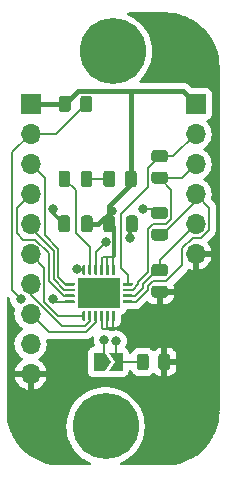
<source format=gtl>
G04 #@! TF.GenerationSoftware,KiCad,Pcbnew,6.0.6-3a73a75311~116~ubuntu22.04.1*
G04 #@! TF.CreationDate,2022-06-23T15:23:09-04:00*
G04 #@! TF.ProjectId,ltc4332_breakout,6c746334-3333-4325-9f62-7265616b6f75,0*
G04 #@! TF.SameCoordinates,Original*
G04 #@! TF.FileFunction,Copper,L1,Top*
G04 #@! TF.FilePolarity,Positive*
%FSLAX46Y46*%
G04 Gerber Fmt 4.6, Leading zero omitted, Abs format (unit mm)*
G04 Created by KiCad (PCBNEW 6.0.6-3a73a75311~116~ubuntu22.04.1) date 2022-06-23 15:23:09*
%MOMM*%
%LPD*%
G01*
G04 APERTURE LIST*
G04 #@! TA.AperFunction,ComponentPad*
%ADD10R,1.700000X1.700000*%
G04 #@! TD*
G04 #@! TA.AperFunction,ComponentPad*
%ADD11O,1.700000X1.700000*%
G04 #@! TD*
G04 #@! TA.AperFunction,ComponentPad*
%ADD12C,5.600000*%
G04 #@! TD*
G04 #@! TA.AperFunction,SMDPad,CuDef*
%ADD13R,3.650000X2.650000*%
G04 #@! TD*
G04 #@! TA.AperFunction,ViaPad*
%ADD14C,0.800000*%
G04 #@! TD*
G04 #@! TA.AperFunction,Conductor*
%ADD15C,0.400000*%
G04 #@! TD*
G04 #@! TA.AperFunction,Conductor*
%ADD16C,0.200000*%
G04 #@! TD*
G04 #@! TA.AperFunction,Conductor*
%ADD17C,0.300000*%
G04 #@! TD*
G04 APERTURE END LIST*
D10*
X141224000Y-90805000D03*
D11*
X141224000Y-93345000D03*
X141224000Y-95885000D03*
X141224000Y-98425000D03*
X141224000Y-100965000D03*
X141224000Y-103505000D03*
X141224000Y-106045000D03*
X141224000Y-108585000D03*
X141224000Y-111125000D03*
X141224000Y-113665000D03*
G04 #@! TA.AperFunction,SMDPad,CuDef*
G36*
G01*
X151696000Y-99535000D02*
X152596000Y-99535000D01*
G75*
G02*
X152846000Y-99785000I0J-250000D01*
G01*
X152846000Y-100310000D01*
G75*
G02*
X152596000Y-100560000I-250000J0D01*
G01*
X151696000Y-100560000D01*
G75*
G02*
X151446000Y-100310000I0J250000D01*
G01*
X151446000Y-99785000D01*
G75*
G02*
X151696000Y-99535000I250000J0D01*
G01*
G37*
G04 #@! TD.AperFunction*
G04 #@! TA.AperFunction,SMDPad,CuDef*
G36*
G01*
X151696000Y-101360000D02*
X152596000Y-101360000D01*
G75*
G02*
X152846000Y-101610000I0J-250000D01*
G01*
X152846000Y-102135000D01*
G75*
G02*
X152596000Y-102385000I-250000J0D01*
G01*
X151696000Y-102385000D01*
G75*
G02*
X151446000Y-102135000I0J250000D01*
G01*
X151446000Y-101610000D01*
G75*
G02*
X151696000Y-101360000I250000J0D01*
G01*
G37*
G04 #@! TD.AperFunction*
G04 #@! TA.AperFunction,SMDPad,CuDef*
G36*
G01*
X147394000Y-101440000D02*
X147394000Y-100490000D01*
G75*
G02*
X147644000Y-100240000I250000J0D01*
G01*
X148144000Y-100240000D01*
G75*
G02*
X148394000Y-100490000I0J-250000D01*
G01*
X148394000Y-101440000D01*
G75*
G02*
X148144000Y-101690000I-250000J0D01*
G01*
X147644000Y-101690000D01*
G75*
G02*
X147394000Y-101440000I0J250000D01*
G01*
G37*
G04 #@! TD.AperFunction*
G04 #@! TA.AperFunction,SMDPad,CuDef*
G36*
G01*
X149294000Y-101440000D02*
X149294000Y-100490000D01*
G75*
G02*
X149544000Y-100240000I250000J0D01*
G01*
X150044000Y-100240000D01*
G75*
G02*
X150294000Y-100490000I0J-250000D01*
G01*
X150294000Y-101440000D01*
G75*
G02*
X150044000Y-101690000I-250000J0D01*
G01*
X149544000Y-101690000D01*
G75*
G02*
X149294000Y-101440000I0J250000D01*
G01*
G37*
G04 #@! TD.AperFunction*
D10*
X155194000Y-90805000D03*
D11*
X155194000Y-93345000D03*
X155194000Y-95885000D03*
X155194000Y-98425000D03*
X155194000Y-100965000D03*
X155194000Y-103505000D03*
D12*
X147574000Y-118110000D03*
G04 #@! TA.AperFunction,SMDPad,CuDef*
G36*
G01*
X151696000Y-94714000D02*
X152596000Y-94714000D01*
G75*
G02*
X152846000Y-94964000I0J-250000D01*
G01*
X152846000Y-95489000D01*
G75*
G02*
X152596000Y-95739000I-250000J0D01*
G01*
X151696000Y-95739000D01*
G75*
G02*
X151446000Y-95489000I0J250000D01*
G01*
X151446000Y-94964000D01*
G75*
G02*
X151696000Y-94714000I250000J0D01*
G01*
G37*
G04 #@! TD.AperFunction*
G04 #@! TA.AperFunction,SMDPad,CuDef*
G36*
G01*
X151696000Y-96539000D02*
X152596000Y-96539000D01*
G75*
G02*
X152846000Y-96789000I0J-250000D01*
G01*
X152846000Y-97314000D01*
G75*
G02*
X152596000Y-97564000I-250000J0D01*
G01*
X151696000Y-97564000D01*
G75*
G02*
X151446000Y-97314000I0J250000D01*
G01*
X151446000Y-96789000D01*
G75*
G02*
X151696000Y-96539000I250000J0D01*
G01*
G37*
G04 #@! TD.AperFunction*
G04 #@! TA.AperFunction,SMDPad,CuDef*
G36*
G01*
X150231500Y-96705000D02*
X150231500Y-97605000D01*
G75*
G02*
X149981500Y-97855000I-250000J0D01*
G01*
X149456500Y-97855000D01*
G75*
G02*
X149206500Y-97605000I0J250000D01*
G01*
X149206500Y-96705000D01*
G75*
G02*
X149456500Y-96455000I250000J0D01*
G01*
X149981500Y-96455000D01*
G75*
G02*
X150231500Y-96705000I0J-250000D01*
G01*
G37*
G04 #@! TD.AperFunction*
G04 #@! TA.AperFunction,SMDPad,CuDef*
G36*
G01*
X148406500Y-96705000D02*
X148406500Y-97605000D01*
G75*
G02*
X148156500Y-97855000I-250000J0D01*
G01*
X147631500Y-97855000D01*
G75*
G02*
X147381500Y-97605000I0J250000D01*
G01*
X147381500Y-96705000D01*
G75*
G02*
X147631500Y-96455000I250000J0D01*
G01*
X148156500Y-96455000D01*
G75*
G02*
X148406500Y-96705000I0J-250000D01*
G01*
G37*
G04 #@! TD.AperFunction*
X148209000Y-86360000D03*
G04 #@! TA.AperFunction,SMDPad,CuDef*
G36*
G01*
X143596500Y-97611250D02*
X143596500Y-96698750D01*
G75*
G02*
X143840250Y-96455000I243750J0D01*
G01*
X144327750Y-96455000D01*
G75*
G02*
X144571500Y-96698750I0J-243750D01*
G01*
X144571500Y-97611250D01*
G75*
G02*
X144327750Y-97855000I-243750J0D01*
G01*
X143840250Y-97855000D01*
G75*
G02*
X143596500Y-97611250I0J243750D01*
G01*
G37*
G04 #@! TD.AperFunction*
G04 #@! TA.AperFunction,SMDPad,CuDef*
G36*
G01*
X145471500Y-97611250D02*
X145471500Y-96698750D01*
G75*
G02*
X145715250Y-96455000I243750J0D01*
G01*
X146202750Y-96455000D01*
G75*
G02*
X146446500Y-96698750I0J-243750D01*
G01*
X146446500Y-97611250D01*
G75*
G02*
X146202750Y-97855000I-243750J0D01*
G01*
X145715250Y-97855000D01*
G75*
G02*
X145471500Y-97611250I0J243750D01*
G01*
G37*
G04 #@! TD.AperFunction*
G04 #@! TA.AperFunction,SMDPad,CuDef*
G36*
G01*
X148175000Y-104432000D02*
X148300000Y-104432000D01*
G75*
G02*
X148362500Y-104494500I0J-62500D01*
G01*
X148362500Y-105219500D01*
G75*
G02*
X148300000Y-105282000I-62500J0D01*
G01*
X148175000Y-105282000D01*
G75*
G02*
X148112500Y-105219500I0J62500D01*
G01*
X148112500Y-104494500D01*
G75*
G02*
X148175000Y-104432000I62500J0D01*
G01*
G37*
G04 #@! TD.AperFunction*
G04 #@! TA.AperFunction,SMDPad,CuDef*
G36*
G01*
X147675000Y-104432000D02*
X147800000Y-104432000D01*
G75*
G02*
X147862500Y-104494500I0J-62500D01*
G01*
X147862500Y-105219500D01*
G75*
G02*
X147800000Y-105282000I-62500J0D01*
G01*
X147675000Y-105282000D01*
G75*
G02*
X147612500Y-105219500I0J62500D01*
G01*
X147612500Y-104494500D01*
G75*
G02*
X147675000Y-104432000I62500J0D01*
G01*
G37*
G04 #@! TD.AperFunction*
G04 #@! TA.AperFunction,SMDPad,CuDef*
G36*
G01*
X147175000Y-104432000D02*
X147300000Y-104432000D01*
G75*
G02*
X147362500Y-104494500I0J-62500D01*
G01*
X147362500Y-105219500D01*
G75*
G02*
X147300000Y-105282000I-62500J0D01*
G01*
X147175000Y-105282000D01*
G75*
G02*
X147112500Y-105219500I0J62500D01*
G01*
X147112500Y-104494500D01*
G75*
G02*
X147175000Y-104432000I62500J0D01*
G01*
G37*
G04 #@! TD.AperFunction*
G04 #@! TA.AperFunction,SMDPad,CuDef*
G36*
G01*
X146675000Y-104432000D02*
X146800000Y-104432000D01*
G75*
G02*
X146862500Y-104494500I0J-62500D01*
G01*
X146862500Y-105219500D01*
G75*
G02*
X146800000Y-105282000I-62500J0D01*
G01*
X146675000Y-105282000D01*
G75*
G02*
X146612500Y-105219500I0J62500D01*
G01*
X146612500Y-104494500D01*
G75*
G02*
X146675000Y-104432000I62500J0D01*
G01*
G37*
G04 #@! TD.AperFunction*
G04 #@! TA.AperFunction,SMDPad,CuDef*
G36*
G01*
X146175000Y-104432000D02*
X146300000Y-104432000D01*
G75*
G02*
X146362500Y-104494500I0J-62500D01*
G01*
X146362500Y-105219500D01*
G75*
G02*
X146300000Y-105282000I-62500J0D01*
G01*
X146175000Y-105282000D01*
G75*
G02*
X146112500Y-105219500I0J62500D01*
G01*
X146112500Y-104494500D01*
G75*
G02*
X146175000Y-104432000I62500J0D01*
G01*
G37*
G04 #@! TD.AperFunction*
G04 #@! TA.AperFunction,SMDPad,CuDef*
G36*
G01*
X145675000Y-104432000D02*
X145800000Y-104432000D01*
G75*
G02*
X145862500Y-104494500I0J-62500D01*
G01*
X145862500Y-105219500D01*
G75*
G02*
X145800000Y-105282000I-62500J0D01*
G01*
X145675000Y-105282000D01*
G75*
G02*
X145612500Y-105219500I0J62500D01*
G01*
X145612500Y-104494500D01*
G75*
G02*
X145675000Y-104432000I62500J0D01*
G01*
G37*
G04 #@! TD.AperFunction*
G04 #@! TA.AperFunction,SMDPad,CuDef*
G36*
G01*
X144175000Y-105932000D02*
X144900000Y-105932000D01*
G75*
G02*
X144962500Y-105994500I0J-62500D01*
G01*
X144962500Y-106119500D01*
G75*
G02*
X144900000Y-106182000I-62500J0D01*
G01*
X144175000Y-106182000D01*
G75*
G02*
X144112500Y-106119500I0J62500D01*
G01*
X144112500Y-105994500D01*
G75*
G02*
X144175000Y-105932000I62500J0D01*
G01*
G37*
G04 #@! TD.AperFunction*
G04 #@! TA.AperFunction,SMDPad,CuDef*
G36*
G01*
X144175000Y-106432000D02*
X144900000Y-106432000D01*
G75*
G02*
X144962500Y-106494500I0J-62500D01*
G01*
X144962500Y-106619500D01*
G75*
G02*
X144900000Y-106682000I-62500J0D01*
G01*
X144175000Y-106682000D01*
G75*
G02*
X144112500Y-106619500I0J62500D01*
G01*
X144112500Y-106494500D01*
G75*
G02*
X144175000Y-106432000I62500J0D01*
G01*
G37*
G04 #@! TD.AperFunction*
G04 #@! TA.AperFunction,SMDPad,CuDef*
G36*
G01*
X144175000Y-106932000D02*
X144900000Y-106932000D01*
G75*
G02*
X144962500Y-106994500I0J-62500D01*
G01*
X144962500Y-107119500D01*
G75*
G02*
X144900000Y-107182000I-62500J0D01*
G01*
X144175000Y-107182000D01*
G75*
G02*
X144112500Y-107119500I0J62500D01*
G01*
X144112500Y-106994500D01*
G75*
G02*
X144175000Y-106932000I62500J0D01*
G01*
G37*
G04 #@! TD.AperFunction*
G04 #@! TA.AperFunction,SMDPad,CuDef*
G36*
G01*
X144175000Y-107432000D02*
X144900000Y-107432000D01*
G75*
G02*
X144962500Y-107494500I0J-62500D01*
G01*
X144962500Y-107619500D01*
G75*
G02*
X144900000Y-107682000I-62500J0D01*
G01*
X144175000Y-107682000D01*
G75*
G02*
X144112500Y-107619500I0J62500D01*
G01*
X144112500Y-107494500D01*
G75*
G02*
X144175000Y-107432000I62500J0D01*
G01*
G37*
G04 #@! TD.AperFunction*
G04 #@! TA.AperFunction,SMDPad,CuDef*
G36*
G01*
X145675000Y-108332000D02*
X145800000Y-108332000D01*
G75*
G02*
X145862500Y-108394500I0J-62500D01*
G01*
X145862500Y-109119500D01*
G75*
G02*
X145800000Y-109182000I-62500J0D01*
G01*
X145675000Y-109182000D01*
G75*
G02*
X145612500Y-109119500I0J62500D01*
G01*
X145612500Y-108394500D01*
G75*
G02*
X145675000Y-108332000I62500J0D01*
G01*
G37*
G04 #@! TD.AperFunction*
G04 #@! TA.AperFunction,SMDPad,CuDef*
G36*
G01*
X146175000Y-108332000D02*
X146300000Y-108332000D01*
G75*
G02*
X146362500Y-108394500I0J-62500D01*
G01*
X146362500Y-109119500D01*
G75*
G02*
X146300000Y-109182000I-62500J0D01*
G01*
X146175000Y-109182000D01*
G75*
G02*
X146112500Y-109119500I0J62500D01*
G01*
X146112500Y-108394500D01*
G75*
G02*
X146175000Y-108332000I62500J0D01*
G01*
G37*
G04 #@! TD.AperFunction*
G04 #@! TA.AperFunction,SMDPad,CuDef*
G36*
G01*
X146675000Y-108332000D02*
X146800000Y-108332000D01*
G75*
G02*
X146862500Y-108394500I0J-62500D01*
G01*
X146862500Y-109119500D01*
G75*
G02*
X146800000Y-109182000I-62500J0D01*
G01*
X146675000Y-109182000D01*
G75*
G02*
X146612500Y-109119500I0J62500D01*
G01*
X146612500Y-108394500D01*
G75*
G02*
X146675000Y-108332000I62500J0D01*
G01*
G37*
G04 #@! TD.AperFunction*
G04 #@! TA.AperFunction,SMDPad,CuDef*
G36*
G01*
X147175000Y-108332000D02*
X147300000Y-108332000D01*
G75*
G02*
X147362500Y-108394500I0J-62500D01*
G01*
X147362500Y-109119500D01*
G75*
G02*
X147300000Y-109182000I-62500J0D01*
G01*
X147175000Y-109182000D01*
G75*
G02*
X147112500Y-109119500I0J62500D01*
G01*
X147112500Y-108394500D01*
G75*
G02*
X147175000Y-108332000I62500J0D01*
G01*
G37*
G04 #@! TD.AperFunction*
G04 #@! TA.AperFunction,SMDPad,CuDef*
G36*
G01*
X147675000Y-108332000D02*
X147800000Y-108332000D01*
G75*
G02*
X147862500Y-108394500I0J-62500D01*
G01*
X147862500Y-109119500D01*
G75*
G02*
X147800000Y-109182000I-62500J0D01*
G01*
X147675000Y-109182000D01*
G75*
G02*
X147612500Y-109119500I0J62500D01*
G01*
X147612500Y-108394500D01*
G75*
G02*
X147675000Y-108332000I62500J0D01*
G01*
G37*
G04 #@! TD.AperFunction*
G04 #@! TA.AperFunction,SMDPad,CuDef*
G36*
G01*
X148175000Y-108332000D02*
X148300000Y-108332000D01*
G75*
G02*
X148362500Y-108394500I0J-62500D01*
G01*
X148362500Y-109119500D01*
G75*
G02*
X148300000Y-109182000I-62500J0D01*
G01*
X148175000Y-109182000D01*
G75*
G02*
X148112500Y-109119500I0J62500D01*
G01*
X148112500Y-108394500D01*
G75*
G02*
X148175000Y-108332000I62500J0D01*
G01*
G37*
G04 #@! TD.AperFunction*
G04 #@! TA.AperFunction,SMDPad,CuDef*
G36*
G01*
X149075000Y-107432000D02*
X149800000Y-107432000D01*
G75*
G02*
X149862500Y-107494500I0J-62500D01*
G01*
X149862500Y-107619500D01*
G75*
G02*
X149800000Y-107682000I-62500J0D01*
G01*
X149075000Y-107682000D01*
G75*
G02*
X149012500Y-107619500I0J62500D01*
G01*
X149012500Y-107494500D01*
G75*
G02*
X149075000Y-107432000I62500J0D01*
G01*
G37*
G04 #@! TD.AperFunction*
G04 #@! TA.AperFunction,SMDPad,CuDef*
G36*
G01*
X149075000Y-106932000D02*
X149800000Y-106932000D01*
G75*
G02*
X149862500Y-106994500I0J-62500D01*
G01*
X149862500Y-107119500D01*
G75*
G02*
X149800000Y-107182000I-62500J0D01*
G01*
X149075000Y-107182000D01*
G75*
G02*
X149012500Y-107119500I0J62500D01*
G01*
X149012500Y-106994500D01*
G75*
G02*
X149075000Y-106932000I62500J0D01*
G01*
G37*
G04 #@! TD.AperFunction*
G04 #@! TA.AperFunction,SMDPad,CuDef*
G36*
G01*
X149075000Y-106432000D02*
X149800000Y-106432000D01*
G75*
G02*
X149862500Y-106494500I0J-62500D01*
G01*
X149862500Y-106619500D01*
G75*
G02*
X149800000Y-106682000I-62500J0D01*
G01*
X149075000Y-106682000D01*
G75*
G02*
X149012500Y-106619500I0J62500D01*
G01*
X149012500Y-106494500D01*
G75*
G02*
X149075000Y-106432000I62500J0D01*
G01*
G37*
G04 #@! TD.AperFunction*
G04 #@! TA.AperFunction,SMDPad,CuDef*
G36*
G01*
X149075000Y-105932000D02*
X149800000Y-105932000D01*
G75*
G02*
X149862500Y-105994500I0J-62500D01*
G01*
X149862500Y-106119500D01*
G75*
G02*
X149800000Y-106182000I-62500J0D01*
G01*
X149075000Y-106182000D01*
G75*
G02*
X149012500Y-106119500I0J62500D01*
G01*
X149012500Y-105994500D01*
G75*
G02*
X149075000Y-105932000I62500J0D01*
G01*
G37*
G04 #@! TD.AperFunction*
D13*
X146987500Y-106807000D03*
G04 #@! TA.AperFunction,SMDPad,CuDef*
G36*
G01*
X146484000Y-100490000D02*
X146484000Y-101440000D01*
G75*
G02*
X146234000Y-101690000I-250000J0D01*
G01*
X145734000Y-101690000D01*
G75*
G02*
X145484000Y-101440000I0J250000D01*
G01*
X145484000Y-100490000D01*
G75*
G02*
X145734000Y-100240000I250000J0D01*
G01*
X146234000Y-100240000D01*
G75*
G02*
X146484000Y-100490000I0J-250000D01*
G01*
G37*
G04 #@! TD.AperFunction*
G04 #@! TA.AperFunction,SMDPad,CuDef*
G36*
G01*
X144584000Y-100490000D02*
X144584000Y-101440000D01*
G75*
G02*
X144334000Y-101690000I-250000J0D01*
G01*
X143834000Y-101690000D01*
G75*
G02*
X143584000Y-101440000I0J250000D01*
G01*
X143584000Y-100490000D01*
G75*
G02*
X143834000Y-100240000I250000J0D01*
G01*
X144334000Y-100240000D01*
G75*
G02*
X144584000Y-100490000I0J-250000D01*
G01*
G37*
G04 #@! TD.AperFunction*
G04 #@! TA.AperFunction,SMDPad,CuDef*
G36*
G01*
X152596000Y-107216000D02*
X151696000Y-107216000D01*
G75*
G02*
X151446000Y-106966000I0J250000D01*
G01*
X151446000Y-106441000D01*
G75*
G02*
X151696000Y-106191000I250000J0D01*
G01*
X152596000Y-106191000D01*
G75*
G02*
X152846000Y-106441000I0J-250000D01*
G01*
X152846000Y-106966000D01*
G75*
G02*
X152596000Y-107216000I-250000J0D01*
G01*
G37*
G04 #@! TD.AperFunction*
G04 #@! TA.AperFunction,SMDPad,CuDef*
G36*
G01*
X152596000Y-105391000D02*
X151696000Y-105391000D01*
G75*
G02*
X151446000Y-105141000I0J250000D01*
G01*
X151446000Y-104616000D01*
G75*
G02*
X151696000Y-104366000I250000J0D01*
G01*
X152596000Y-104366000D01*
G75*
G02*
X152846000Y-104616000I0J-250000D01*
G01*
X152846000Y-105141000D01*
G75*
G02*
X152596000Y-105391000I-250000J0D01*
G01*
G37*
G04 #@! TD.AperFunction*
G04 #@! TA.AperFunction,SMDPad,CuDef*
G36*
G01*
X143596500Y-91255000D02*
X143596500Y-90355000D01*
G75*
G02*
X143846500Y-90105000I250000J0D01*
G01*
X144371500Y-90105000D01*
G75*
G02*
X144621500Y-90355000I0J-250000D01*
G01*
X144621500Y-91255000D01*
G75*
G02*
X144371500Y-91505000I-250000J0D01*
G01*
X143846500Y-91505000D01*
G75*
G02*
X143596500Y-91255000I0J250000D01*
G01*
G37*
G04 #@! TD.AperFunction*
G04 #@! TA.AperFunction,SMDPad,CuDef*
G36*
G01*
X145421500Y-91255000D02*
X145421500Y-90355000D01*
G75*
G02*
X145671500Y-90105000I250000J0D01*
G01*
X146196500Y-90105000D01*
G75*
G02*
X146446500Y-90355000I0J-250000D01*
G01*
X146446500Y-91255000D01*
G75*
G02*
X146196500Y-91505000I-250000J0D01*
G01*
X145671500Y-91505000D01*
G75*
G02*
X145421500Y-91255000I0J250000D01*
G01*
G37*
G04 #@! TD.AperFunction*
G04 #@! TA.AperFunction,SMDPad,CuDef*
G36*
X148066000Y-112649000D02*
G01*
X147566000Y-113399000D01*
X146566000Y-113399000D01*
X146566000Y-111899000D01*
X147566000Y-111899000D01*
X148066000Y-112649000D01*
G37*
G04 #@! TD.AperFunction*
G04 #@! TA.AperFunction,SMDPad,CuDef*
G36*
X149016000Y-113399000D02*
G01*
X147866000Y-113399000D01*
X148366000Y-112649000D01*
X147866000Y-111899000D01*
X149016000Y-111899000D01*
X149016000Y-113399000D01*
G37*
G04 #@! TD.AperFunction*
G04 #@! TA.AperFunction,SMDPad,CuDef*
G36*
G01*
X150213000Y-113099000D02*
X150213000Y-112199000D01*
G75*
G02*
X150463000Y-111949000I250000J0D01*
G01*
X150988000Y-111949000D01*
G75*
G02*
X151238000Y-112199000I0J-250000D01*
G01*
X151238000Y-113099000D01*
G75*
G02*
X150988000Y-113349000I-250000J0D01*
G01*
X150463000Y-113349000D01*
G75*
G02*
X150213000Y-113099000I0J250000D01*
G01*
G37*
G04 #@! TD.AperFunction*
G04 #@! TA.AperFunction,SMDPad,CuDef*
G36*
G01*
X152038000Y-113099000D02*
X152038000Y-112199000D01*
G75*
G02*
X152288000Y-111949000I250000J0D01*
G01*
X152813000Y-111949000D01*
G75*
G02*
X153063000Y-112199000I0J-250000D01*
G01*
X153063000Y-113099000D01*
G75*
G02*
X152813000Y-113349000I-250000J0D01*
G01*
X152288000Y-113349000D01*
G75*
G02*
X152038000Y-113099000I0J250000D01*
G01*
G37*
G04 #@! TD.AperFunction*
D14*
X150723600Y-99695000D03*
X147472400Y-110820200D03*
X148082000Y-99847400D03*
X149606000Y-102184200D03*
X150114000Y-109855000D03*
X143129000Y-99695000D03*
X148285200Y-106807000D03*
X145669000Y-107315000D03*
X143131454Y-107312546D03*
X140411200Y-107315000D03*
X145186400Y-104775000D03*
X147574000Y-102489000D03*
X148470201Y-110878500D03*
D15*
X155194000Y-90805000D02*
X154094480Y-89705480D01*
D16*
X147472400Y-112242600D02*
X147066000Y-112649000D01*
D17*
X148323501Y-103672999D02*
X148323501Y-101394501D01*
D15*
X147894000Y-100965000D02*
X147894000Y-99425800D01*
D16*
X147737500Y-104857000D02*
X147737500Y-103849500D01*
D15*
X145208520Y-89705480D02*
X144109000Y-90805000D01*
X145984000Y-100965000D02*
X146964400Y-100965000D01*
D16*
X147828000Y-103759000D02*
X148237500Y-103759000D01*
D15*
X147998480Y-89705480D02*
X145208520Y-89705480D01*
X149719000Y-97155000D02*
X149719000Y-89902000D01*
D17*
X148237500Y-103759000D02*
X148323501Y-103672999D01*
D16*
X151793500Y-99695000D02*
X150723600Y-99695000D01*
X148237500Y-103759000D02*
X148237500Y-104857000D01*
D15*
X149719000Y-89902000D02*
X149522480Y-89705480D01*
X141224000Y-90805000D02*
X144109000Y-90805000D01*
D16*
X152146000Y-100047500D02*
X151793500Y-99695000D01*
X147472400Y-110820200D02*
X147472400Y-112242600D01*
D15*
X147894000Y-100035400D02*
X148082000Y-99847400D01*
D17*
X148323501Y-101394501D02*
X147894000Y-100965000D01*
D16*
X147320000Y-103759000D02*
X147828000Y-103759000D01*
D15*
X147894000Y-100965000D02*
X148179339Y-101250339D01*
D16*
X147737500Y-103849500D02*
X147828000Y-103759000D01*
D15*
X146964400Y-100965000D02*
X148082000Y-99847400D01*
X147894000Y-100965000D02*
X147894000Y-100035400D01*
D16*
X147237500Y-103841500D02*
X147320000Y-103759000D01*
D15*
X154094480Y-89705480D02*
X149522480Y-89705480D01*
X149522480Y-89705480D02*
X147998480Y-89705480D01*
X149719000Y-97600800D02*
X149719000Y-97155000D01*
D16*
X147237500Y-104857000D02*
X147237500Y-103841500D01*
D15*
X147894000Y-99425800D02*
X149719000Y-97600800D01*
D17*
X143129000Y-100010000D02*
X143129000Y-99695000D01*
X149606000Y-102184200D02*
X149606000Y-101153000D01*
D16*
X150114000Y-109855000D02*
X148336000Y-109855000D01*
X147320000Y-109855000D02*
X147237500Y-109772500D01*
X148237500Y-108757000D02*
X148237500Y-109756500D01*
X147237500Y-109772500D02*
X147237500Y-108757000D01*
X147828000Y-109855000D02*
X147320000Y-109855000D01*
D17*
X144084000Y-100965000D02*
X143129000Y-100010000D01*
D16*
X147737500Y-108757000D02*
X147737500Y-109764500D01*
X148237500Y-109756500D02*
X148336000Y-109855000D01*
X147737500Y-109764500D02*
X147828000Y-109855000D01*
X148336000Y-109855000D02*
X147828000Y-109855000D01*
D17*
X149606000Y-101153000D02*
X149794000Y-100965000D01*
D16*
X146237500Y-104857000D02*
X146237500Y-102903745D01*
X145034000Y-101700245D02*
X145034000Y-98105000D01*
X146237500Y-102903745D02*
X145034000Y-101700245D01*
X145034000Y-98105000D02*
X144084000Y-97155000D01*
X147894000Y-97155000D02*
X145959000Y-97155000D01*
X139674969Y-94894031D02*
X139674969Y-106578769D01*
X144537500Y-107557000D02*
X143375908Y-107557000D01*
X145934000Y-90805000D02*
X143394000Y-93345000D01*
X143375908Y-107557000D02*
X143131454Y-107312546D01*
X139674969Y-106578769D02*
X140411200Y-107315000D01*
X143394000Y-93345000D02*
X141224000Y-93345000D01*
X141224000Y-93345000D02*
X139674969Y-94894031D01*
X142429499Y-101891099D02*
X142429499Y-97090499D01*
X143586200Y-105486200D02*
X143586200Y-103047800D01*
X142429499Y-97090499D02*
X141224000Y-95885000D01*
X144537500Y-106057000D02*
X144157000Y-106057000D01*
X144157000Y-106057000D02*
X143586200Y-105486200D01*
X143586200Y-103047800D02*
X142429499Y-101891099D01*
X140074489Y-99574511D02*
X141224000Y-98425000D01*
X141630455Y-102285800D02*
X140614400Y-102285800D01*
X140614400Y-102285800D02*
X140074489Y-101745889D01*
X142773400Y-105816400D02*
X142773400Y-103428745D01*
X142773400Y-103428745D02*
X141630455Y-102285800D01*
X144537500Y-107057000D02*
X144014000Y-107057000D01*
X144014000Y-107057000D02*
X142773400Y-105816400D01*
X140074489Y-101745889D02*
X140074489Y-99574511D01*
X144092007Y-106557000D02*
X143179800Y-105644793D01*
X144537500Y-106557000D02*
X144092007Y-106557000D01*
X143179800Y-103251000D02*
X141224000Y-101295200D01*
X141224000Y-101295200D02*
X141224000Y-100965000D01*
X143179800Y-105644793D02*
X143179800Y-103251000D01*
X143586649Y-108757000D02*
X142373889Y-107544240D01*
X145737500Y-108757000D02*
X143586649Y-108757000D01*
X142373889Y-104654889D02*
X141224000Y-103505000D01*
X142373889Y-107544240D02*
X142373889Y-104654889D01*
X146237500Y-108757000D02*
X146237500Y-109193973D01*
X143865655Y-109601000D02*
X141224000Y-106959345D01*
X146237500Y-109193973D02*
X145830473Y-109601000D01*
X145830473Y-109601000D02*
X143865655Y-109601000D01*
X141224000Y-106959345D02*
X141224000Y-106045000D01*
X146737500Y-109281022D02*
X145909522Y-110109000D01*
X142748000Y-110109000D02*
X141224000Y-108585000D01*
X145909522Y-110109000D02*
X142748000Y-110109000D01*
X146737500Y-108757000D02*
X146737500Y-109281022D01*
X145268400Y-104857000D02*
X145186400Y-104775000D01*
X145737500Y-104857000D02*
X145268400Y-104857000D01*
X148844000Y-100101400D02*
X151146480Y-97798920D01*
X148844000Y-104736222D02*
X148844000Y-100101400D01*
X151146480Y-96226020D02*
X152146000Y-95226500D01*
X155194000Y-93345000D02*
X153312500Y-95226500D01*
X151146480Y-97798920D02*
X151146480Y-96226020D01*
X149437500Y-105329722D02*
X148844000Y-104736222D01*
X153312500Y-95226500D02*
X152146000Y-95226500D01*
X149437500Y-106057000D02*
X149437500Y-105329722D01*
X149437500Y-106557000D02*
X149874473Y-106557000D01*
X154027500Y-97051500D02*
X155194000Y-95885000D01*
X153145520Y-98051020D02*
X152146000Y-97051500D01*
X153145520Y-100537618D02*
X153145520Y-98051020D01*
X150347459Y-106084014D02*
X150347459Y-105862341D01*
X152146000Y-97051500D02*
X154027500Y-97051500D01*
X151563862Y-100965000D02*
X152718138Y-100965000D01*
X149874473Y-106557000D02*
X150347459Y-106084014D01*
X151146480Y-101382382D02*
X151563862Y-100965000D01*
X151146480Y-105063320D02*
X151146480Y-101382382D01*
X150347459Y-105862341D02*
X151146480Y-105063320D01*
X152718138Y-100965000D02*
X153145520Y-100537618D01*
X149437500Y-107557000D02*
X150122523Y-107557000D01*
X154958834Y-102114511D02*
X155670144Y-102114511D01*
X151146480Y-106213382D02*
X151568862Y-105791000D01*
X155194000Y-99054132D02*
X155194000Y-98425000D01*
X154044489Y-104469649D02*
X154044489Y-103028856D01*
X156343511Y-99574511D02*
X155194000Y-98425000D01*
X156343511Y-101441144D02*
X156343511Y-99574511D01*
X154044489Y-103028856D02*
X154958834Y-102114511D01*
X152146000Y-101872500D02*
X152375632Y-101872500D01*
X155670144Y-102114511D02*
X156343511Y-101441144D01*
X152375632Y-101872500D02*
X155194000Y-99054132D01*
X152723138Y-105791000D02*
X154044489Y-104469649D01*
X150122523Y-107557000D02*
X151146480Y-106533043D01*
X151146480Y-106533043D02*
X151146480Y-106213382D01*
X151568862Y-105791000D02*
X152723138Y-105791000D01*
X150746969Y-106367560D02*
X150746969Y-106047899D01*
X149437500Y-107057000D02*
X150057529Y-107057000D01*
X150057529Y-107057000D02*
X150746969Y-106367560D01*
X152146000Y-104878500D02*
X152146000Y-104013000D01*
X151916368Y-104878500D02*
X152146000Y-104878500D01*
X150746969Y-106047899D02*
X151916368Y-104878500D01*
X152146000Y-104013000D02*
X155194000Y-100965000D01*
X148470201Y-112603201D02*
X148516000Y-112649000D01*
X150725500Y-112649000D02*
X148516000Y-112649000D01*
X146737500Y-103325500D02*
X147574000Y-102489000D01*
X148470201Y-110878500D02*
X148470201Y-112603201D01*
X146737500Y-104857000D02*
X146737500Y-103325500D01*
G04 #@! TA.AperFunction,Conductor*
G36*
X152624018Y-83060000D02*
G01*
X152638851Y-83062310D01*
X152638855Y-83062310D01*
X152647724Y-83063691D01*
X152668183Y-83061016D01*
X152690008Y-83060072D01*
X153046937Y-83075656D01*
X153057885Y-83076614D01*
X153168162Y-83091132D01*
X153442379Y-83127233D01*
X153453205Y-83129142D01*
X153831822Y-83213080D01*
X153842439Y-83215925D01*
X153956738Y-83251963D01*
X154212302Y-83332542D01*
X154222615Y-83336295D01*
X154580932Y-83484715D01*
X154590876Y-83489353D01*
X154837669Y-83617825D01*
X154934867Y-83668423D01*
X154944387Y-83673919D01*
X155271468Y-83882292D01*
X155280472Y-83888597D01*
X155588138Y-84124678D01*
X155596558Y-84131743D01*
X155842107Y-84356746D01*
X155882483Y-84393744D01*
X155890256Y-84401517D01*
X156152257Y-84687442D01*
X156159322Y-84695862D01*
X156395403Y-85003528D01*
X156401708Y-85012532D01*
X156610081Y-85339613D01*
X156615576Y-85349132D01*
X156763836Y-85633935D01*
X156794643Y-85693115D01*
X156799285Y-85703068D01*
X156923173Y-86002159D01*
X156947702Y-86061377D01*
X156951461Y-86071706D01*
X157068075Y-86441561D01*
X157070920Y-86452178D01*
X157154858Y-86830795D01*
X157156767Y-86841621D01*
X157207386Y-87226114D01*
X157208344Y-87237063D01*
X157217006Y-87435446D01*
X157223603Y-87586552D01*
X157222223Y-87611429D01*
X157220309Y-87623724D01*
X157221473Y-87632626D01*
X157221473Y-87632628D01*
X157224436Y-87655283D01*
X157225500Y-87671621D01*
X157225500Y-116790633D01*
X157224000Y-116810018D01*
X157221690Y-116824851D01*
X157221690Y-116824855D01*
X157220309Y-116833724D01*
X157222984Y-116854183D01*
X157223928Y-116876012D01*
X157208344Y-117232936D01*
X157207386Y-117243886D01*
X157156767Y-117628379D01*
X157154858Y-117639205D01*
X157070920Y-118017822D01*
X157068075Y-118028439D01*
X156951461Y-118398294D01*
X156947705Y-118408615D01*
X156913652Y-118490828D01*
X156799289Y-118766923D01*
X156794647Y-118776876D01*
X156688764Y-118980276D01*
X156615577Y-119120867D01*
X156610081Y-119130387D01*
X156401708Y-119457468D01*
X156395403Y-119466472D01*
X156159322Y-119774138D01*
X156152257Y-119782558D01*
X155890256Y-120068483D01*
X155882487Y-120076252D01*
X155819228Y-120134218D01*
X155596558Y-120338257D01*
X155588138Y-120345322D01*
X155280472Y-120581403D01*
X155271468Y-120587708D01*
X154944387Y-120796081D01*
X154934868Y-120801576D01*
X154590876Y-120980647D01*
X154580932Y-120985285D01*
X154222615Y-121133705D01*
X154212302Y-121137458D01*
X154070738Y-121182093D01*
X153842439Y-121254075D01*
X153831822Y-121256920D01*
X153453205Y-121340858D01*
X153442379Y-121342767D01*
X153057886Y-121393386D01*
X153046937Y-121394344D01*
X152697446Y-121409603D01*
X152672571Y-121408223D01*
X152660276Y-121406309D01*
X152651374Y-121407473D01*
X152651372Y-121407473D01*
X152636323Y-121409441D01*
X152628714Y-121410436D01*
X152612379Y-121411500D01*
X148888051Y-121411500D01*
X148819930Y-121391498D01*
X148773437Y-121337842D01*
X148763333Y-121267568D01*
X148792827Y-121202988D01*
X148835800Y-121170845D01*
X148909055Y-121137461D01*
X149109066Y-121046311D01*
X149211839Y-120985289D01*
X149414262Y-120865099D01*
X149414267Y-120865096D01*
X149417207Y-120863350D01*
X149703786Y-120648180D01*
X149965451Y-120403319D01*
X150199140Y-120131630D01*
X150305750Y-119976512D01*
X150400190Y-119839101D01*
X150400195Y-119839094D01*
X150402120Y-119836292D01*
X150403732Y-119833298D01*
X150403737Y-119833290D01*
X150570395Y-119523772D01*
X150572017Y-119520760D01*
X150706842Y-119188724D01*
X150717142Y-119152568D01*
X150766220Y-118980276D01*
X150805020Y-118844070D01*
X150865401Y-118490828D01*
X150867511Y-118456340D01*
X150887168Y-118134928D01*
X150887278Y-118133131D01*
X150887359Y-118110000D01*
X150867979Y-117752159D01*
X150810066Y-117398505D01*
X150714297Y-117053173D01*
X150711243Y-117045497D01*
X150583052Y-116723369D01*
X150581793Y-116720205D01*
X150551768Y-116663498D01*
X150415702Y-116406513D01*
X150415698Y-116406506D01*
X150414103Y-116403494D01*
X150213190Y-116106746D01*
X149981403Y-115833432D01*
X149721454Y-115586750D01*
X149436384Y-115369585D01*
X149433472Y-115367828D01*
X149433467Y-115367825D01*
X149132443Y-115186236D01*
X149132437Y-115186233D01*
X149129528Y-115184478D01*
X148804475Y-115033593D01*
X148513758Y-114935191D01*
X148468255Y-114919789D01*
X148468250Y-114919788D01*
X148465028Y-114918697D01*
X148266681Y-114874724D01*
X148118493Y-114841871D01*
X148118487Y-114841870D01*
X148115158Y-114841132D01*
X148111769Y-114840758D01*
X148111764Y-114840757D01*
X147762338Y-114802180D01*
X147762333Y-114802180D01*
X147758957Y-114801807D01*
X147755558Y-114801801D01*
X147755557Y-114801801D01*
X147586080Y-114801505D01*
X147400592Y-114801182D01*
X147287413Y-114813277D01*
X147047639Y-114838901D01*
X147047631Y-114838902D01*
X147044256Y-114839263D01*
X146694117Y-114915606D01*
X146354271Y-115029317D01*
X146351178Y-115030739D01*
X146351177Y-115030740D01*
X146344974Y-115033593D01*
X146028694Y-115179066D01*
X145721193Y-115363101D01*
X145718467Y-115365163D01*
X145718465Y-115365164D01*
X145712620Y-115369585D01*
X145435367Y-115579270D01*
X145174559Y-115825043D01*
X144941819Y-116097546D01*
X144939900Y-116100358D01*
X144939897Y-116100363D01*
X144846624Y-116237097D01*
X144739871Y-116393591D01*
X144571077Y-116709714D01*
X144437411Y-117042218D01*
X144436491Y-117045492D01*
X144436489Y-117045497D01*
X144370909Y-117278807D01*
X144340437Y-117387213D01*
X144281290Y-117740663D01*
X144260661Y-118098434D01*
X144278792Y-118456340D01*
X144279329Y-118459695D01*
X144279330Y-118459701D01*
X144284316Y-118490828D01*
X144335470Y-118810195D01*
X144430033Y-119155859D01*
X144431282Y-119159029D01*
X144552387Y-119466472D01*
X144561374Y-119489288D01*
X144592151Y-119547909D01*
X144713216Y-119778504D01*
X144727957Y-119806582D01*
X144729858Y-119809411D01*
X144729864Y-119809421D01*
X144909171Y-120076256D01*
X144927834Y-120104029D01*
X145158665Y-120378150D01*
X145417751Y-120625738D01*
X145702061Y-120843897D01*
X145734056Y-120863350D01*
X146005355Y-121028303D01*
X146005360Y-121028306D01*
X146008270Y-121030075D01*
X146229491Y-121133702D01*
X146309963Y-121171398D01*
X146363166Y-121218408D01*
X146382508Y-121286719D01*
X146361848Y-121354643D01*
X146307745Y-121400615D01*
X146256514Y-121411500D01*
X143813367Y-121411500D01*
X143793982Y-121410000D01*
X143779149Y-121407690D01*
X143779145Y-121407690D01*
X143770276Y-121406309D01*
X143749817Y-121408984D01*
X143727992Y-121409928D01*
X143371063Y-121394344D01*
X143360114Y-121393386D01*
X142975621Y-121342767D01*
X142964795Y-121340858D01*
X142586178Y-121256920D01*
X142575561Y-121254075D01*
X142347262Y-121182093D01*
X142205698Y-121137458D01*
X142195385Y-121133705D01*
X141837068Y-120985285D01*
X141827124Y-120980647D01*
X141483132Y-120801576D01*
X141473613Y-120796081D01*
X141146532Y-120587708D01*
X141137528Y-120581403D01*
X140829862Y-120345322D01*
X140821442Y-120338257D01*
X140598772Y-120134218D01*
X140535513Y-120076252D01*
X140527744Y-120068483D01*
X140265743Y-119782558D01*
X140258678Y-119774138D01*
X140022597Y-119466472D01*
X140016292Y-119457468D01*
X139807919Y-119130387D01*
X139802423Y-119120867D01*
X139729236Y-118980276D01*
X139623353Y-118776876D01*
X139618711Y-118766923D01*
X139504349Y-118490828D01*
X139470295Y-118408615D01*
X139466539Y-118398294D01*
X139349925Y-118028439D01*
X139347080Y-118017822D01*
X139263142Y-117639205D01*
X139261233Y-117628379D01*
X139210614Y-117243886D01*
X139209656Y-117232936D01*
X139194561Y-116887208D01*
X139196188Y-116860805D01*
X139196769Y-116857352D01*
X139196770Y-116857345D01*
X139197576Y-116852552D01*
X139197729Y-116840000D01*
X139193773Y-116812376D01*
X139192500Y-116794514D01*
X139192500Y-113932966D01*
X139892257Y-113932966D01*
X139922565Y-114067446D01*
X139925645Y-114077275D01*
X140005770Y-114274603D01*
X140010413Y-114283794D01*
X140121694Y-114465388D01*
X140127777Y-114473699D01*
X140267213Y-114634667D01*
X140274580Y-114641883D01*
X140438434Y-114777916D01*
X140446881Y-114783831D01*
X140630756Y-114891279D01*
X140640042Y-114895729D01*
X140839001Y-114971703D01*
X140848899Y-114974579D01*
X140952250Y-114995606D01*
X140966299Y-114994410D01*
X140970000Y-114984065D01*
X140970000Y-114983517D01*
X141478000Y-114983517D01*
X141482064Y-114997359D01*
X141495478Y-114999393D01*
X141502184Y-114998534D01*
X141512262Y-114996392D01*
X141716255Y-114935191D01*
X141725842Y-114931433D01*
X141917095Y-114837739D01*
X141925945Y-114832464D01*
X142099328Y-114708792D01*
X142107200Y-114702139D01*
X142258052Y-114551812D01*
X142264730Y-114543965D01*
X142389003Y-114371020D01*
X142394313Y-114362183D01*
X142488670Y-114171267D01*
X142492469Y-114161672D01*
X142554377Y-113957910D01*
X142556555Y-113947837D01*
X142557986Y-113936962D01*
X142555775Y-113922778D01*
X142542617Y-113919000D01*
X141496115Y-113919000D01*
X141480876Y-113923475D01*
X141479671Y-113924865D01*
X141478000Y-113932548D01*
X141478000Y-114983517D01*
X140970000Y-114983517D01*
X140970000Y-113937115D01*
X140965525Y-113921876D01*
X140964135Y-113920671D01*
X140956452Y-113919000D01*
X139907225Y-113919000D01*
X139893694Y-113922973D01*
X139892257Y-113932966D01*
X139192500Y-113932966D01*
X139192500Y-107261039D01*
X139212502Y-107192918D01*
X139266158Y-107146425D01*
X139336432Y-107136321D01*
X139401012Y-107165815D01*
X139407595Y-107171944D01*
X139461481Y-107225830D01*
X139495507Y-107288142D01*
X139498041Y-107311716D01*
X139497696Y-107315000D01*
X139498386Y-107321565D01*
X139516729Y-107496086D01*
X139517658Y-107504928D01*
X139576673Y-107686556D01*
X139672160Y-107851944D01*
X139676578Y-107856851D01*
X139676579Y-107856852D01*
X139793997Y-107987258D01*
X139799947Y-107993866D01*
X139805289Y-107997747D01*
X139805291Y-107997749D01*
X139877499Y-108050211D01*
X139920853Y-108106433D01*
X139926928Y-108177170D01*
X139924855Y-108185819D01*
X139884989Y-108329570D01*
X139861251Y-108551695D01*
X139861548Y-108556848D01*
X139861548Y-108556851D01*
X139868189Y-108672030D01*
X139874110Y-108774715D01*
X139875247Y-108779761D01*
X139875248Y-108779767D01*
X139899304Y-108886508D01*
X139923222Y-108992639D01*
X140007266Y-109199616D01*
X140123987Y-109390088D01*
X140270250Y-109558938D01*
X140442126Y-109701632D01*
X140465018Y-109715009D01*
X140515445Y-109744476D01*
X140564169Y-109796114D01*
X140577240Y-109865897D01*
X140550509Y-109931669D01*
X140510055Y-109965027D01*
X140497607Y-109971507D01*
X140493474Y-109974610D01*
X140493471Y-109974612D01*
X140323100Y-110102530D01*
X140318965Y-110105635D01*
X140164629Y-110267138D01*
X140038743Y-110451680D01*
X140011173Y-110511074D01*
X139952794Y-110636843D01*
X139944688Y-110654305D01*
X139884989Y-110869570D01*
X139861251Y-111091695D01*
X139861548Y-111096848D01*
X139861548Y-111096851D01*
X139870019Y-111243771D01*
X139874110Y-111314715D01*
X139875247Y-111319761D01*
X139875248Y-111319767D01*
X139891189Y-111390500D01*
X139923222Y-111532639D01*
X139961461Y-111626811D01*
X139999927Y-111721541D01*
X140007266Y-111739616D01*
X140009965Y-111744020D01*
X140107698Y-111903506D01*
X140123987Y-111930088D01*
X140270250Y-112098938D01*
X140442126Y-112241632D01*
X140515955Y-112284774D01*
X140564679Y-112336412D01*
X140577750Y-112406195D01*
X140551019Y-112471967D01*
X140510562Y-112505327D01*
X140502457Y-112509546D01*
X140493738Y-112515036D01*
X140323433Y-112642905D01*
X140315726Y-112649748D01*
X140168590Y-112803717D01*
X140162104Y-112811727D01*
X140042098Y-112987649D01*
X140037000Y-112996623D01*
X139947338Y-113189783D01*
X139943775Y-113199470D01*
X139888389Y-113399183D01*
X139889912Y-113407607D01*
X139902292Y-113411000D01*
X142542344Y-113411000D01*
X142555875Y-113407027D01*
X142557180Y-113397947D01*
X142515214Y-113230875D01*
X142511894Y-113221124D01*
X142426972Y-113025814D01*
X142422105Y-113016739D01*
X142306426Y-112837926D01*
X142300136Y-112829757D01*
X142156806Y-112672240D01*
X142149273Y-112665215D01*
X141982139Y-112533222D01*
X141973556Y-112527520D01*
X141936602Y-112507120D01*
X141886631Y-112456687D01*
X141871859Y-112387245D01*
X141896975Y-112320839D01*
X141924327Y-112294232D01*
X141947797Y-112277491D01*
X142103860Y-112166173D01*
X142262096Y-112008489D01*
X142321594Y-111925689D01*
X142389435Y-111831277D01*
X142392453Y-111827077D01*
X142439479Y-111731928D01*
X142489136Y-111631453D01*
X142489137Y-111631451D01*
X142491430Y-111626811D01*
X142528172Y-111505878D01*
X142554865Y-111418023D01*
X142554865Y-111418021D01*
X142556370Y-111413069D01*
X142585529Y-111191590D01*
X142587156Y-111125000D01*
X142568852Y-110902361D01*
X142561234Y-110872033D01*
X142564038Y-110801094D01*
X142604750Y-110742930D01*
X142670445Y-110716010D01*
X142699889Y-110716417D01*
X142708115Y-110717500D01*
X142708120Y-110717500D01*
X142708129Y-110717501D01*
X142739812Y-110721672D01*
X142748000Y-110722750D01*
X142779693Y-110718578D01*
X142796136Y-110717500D01*
X145861386Y-110717500D01*
X145877829Y-110718578D01*
X145909522Y-110722750D01*
X145917711Y-110721672D01*
X145949396Y-110717501D01*
X145949406Y-110717500D01*
X145949407Y-110717500D01*
X145957634Y-110716417D01*
X146048979Y-110704391D01*
X146060186Y-110702916D01*
X146060188Y-110702915D01*
X146068373Y-110701838D01*
X146216398Y-110640524D01*
X146311594Y-110567477D01*
X146311597Y-110567474D01*
X146343509Y-110542987D01*
X146348535Y-110536437D01*
X146348538Y-110536434D01*
X146356687Y-110525814D01*
X146414025Y-110483948D01*
X146484897Y-110479727D01*
X146546799Y-110514493D01*
X146580079Y-110577206D01*
X146579900Y-110627065D01*
X146578858Y-110630272D01*
X146578168Y-110636840D01*
X146578167Y-110636843D01*
X146569138Y-110722750D01*
X146558896Y-110820200D01*
X146559586Y-110826765D01*
X146565714Y-110885065D01*
X146578858Y-111010128D01*
X146637873Y-111191756D01*
X146641176Y-111197477D01*
X146641674Y-111198339D01*
X146641810Y-111198901D01*
X146643861Y-111203507D01*
X146643019Y-111203882D01*
X146658413Y-111267334D01*
X146635194Y-111334426D01*
X146579387Y-111378315D01*
X146541545Y-111387020D01*
X146499627Y-111390018D01*
X146499626Y-111390018D01*
X146492889Y-111390500D01*
X146433498Y-111407939D01*
X146361235Y-111429157D01*
X146361233Y-111429158D01*
X146352589Y-111431696D01*
X146322922Y-111450762D01*
X146237159Y-111505878D01*
X146237156Y-111505880D01*
X146229579Y-111510750D01*
X146223678Y-111517560D01*
X146139726Y-111614445D01*
X146139724Y-111614448D01*
X146133824Y-111621257D01*
X146073081Y-111754266D01*
X146052271Y-111899000D01*
X146052271Y-113399000D01*
X146057500Y-113472111D01*
X146078531Y-113543734D01*
X146088349Y-113577171D01*
X146098696Y-113612411D01*
X146103567Y-113619990D01*
X146172878Y-113727841D01*
X146172880Y-113727844D01*
X146177750Y-113735421D01*
X146184560Y-113741322D01*
X146281445Y-113825274D01*
X146281448Y-113825276D01*
X146288257Y-113831176D01*
X146296454Y-113834920D01*
X146296455Y-113834920D01*
X146321869Y-113846526D01*
X146421266Y-113891919D01*
X146566000Y-113912729D01*
X147566000Y-113912729D01*
X147567964Y-113912605D01*
X147567968Y-113912605D01*
X147624080Y-113909066D01*
X147624084Y-113909065D01*
X147630557Y-113908657D01*
X147676232Y-113896075D01*
X147727624Y-113892833D01*
X147866000Y-113912729D01*
X149016000Y-113912729D01*
X149047986Y-113910441D01*
X149082373Y-113907982D01*
X149082374Y-113907982D01*
X149089111Y-113907500D01*
X149168618Y-113884155D01*
X149220765Y-113868843D01*
X149220767Y-113868842D01*
X149229411Y-113866304D01*
X149293255Y-113825274D01*
X149344841Y-113792122D01*
X149344844Y-113792120D01*
X149352421Y-113787250D01*
X149397331Y-113735421D01*
X149442274Y-113683555D01*
X149442276Y-113683552D01*
X149448176Y-113676743D01*
X149508919Y-113543734D01*
X149524359Y-113436348D01*
X149553852Y-113371767D01*
X149613578Y-113333384D01*
X149684575Y-113333384D01*
X149744301Y-113371768D01*
X149765794Y-113409479D01*
X149766027Y-113409370D01*
X149767393Y-113412286D01*
X149768599Y-113414402D01*
X149769130Y-113415995D01*
X149769133Y-113416002D01*
X149771450Y-113422946D01*
X149864522Y-113573348D01*
X149989697Y-113698305D01*
X149995927Y-113702145D01*
X149995928Y-113702146D01*
X150133992Y-113787250D01*
X150140262Y-113791115D01*
X150220005Y-113817564D01*
X150301611Y-113844632D01*
X150301613Y-113844632D01*
X150308139Y-113846797D01*
X150314975Y-113847497D01*
X150314978Y-113847498D01*
X150358031Y-113851909D01*
X150412600Y-113857500D01*
X151038400Y-113857500D01*
X151041646Y-113857163D01*
X151041650Y-113857163D01*
X151137308Y-113847238D01*
X151137312Y-113847237D01*
X151144166Y-113846526D01*
X151150702Y-113844345D01*
X151150704Y-113844345D01*
X151282806Y-113800272D01*
X151311946Y-113790550D01*
X151462348Y-113697478D01*
X151549137Y-113610537D01*
X151611421Y-113576458D01*
X151682241Y-113581461D01*
X151727329Y-113610382D01*
X151809829Y-113692739D01*
X151821240Y-113701751D01*
X151959243Y-113786816D01*
X151972424Y-113792963D01*
X152126710Y-113844138D01*
X152140086Y-113847005D01*
X152234438Y-113856672D01*
X152240854Y-113857000D01*
X152278385Y-113857000D01*
X152293624Y-113852525D01*
X152294829Y-113851135D01*
X152296500Y-113843452D01*
X152296500Y-113838884D01*
X152804500Y-113838884D01*
X152808975Y-113854123D01*
X152810365Y-113855328D01*
X152818048Y-113856999D01*
X152860095Y-113856999D01*
X152866614Y-113856662D01*
X152962206Y-113846743D01*
X152975600Y-113843851D01*
X153129784Y-113792412D01*
X153142962Y-113786239D01*
X153280807Y-113700937D01*
X153292208Y-113691901D01*
X153406739Y-113577171D01*
X153415751Y-113565760D01*
X153500816Y-113427757D01*
X153506963Y-113414576D01*
X153558138Y-113260290D01*
X153561005Y-113246914D01*
X153570672Y-113152562D01*
X153571000Y-113146146D01*
X153571000Y-112921115D01*
X153566525Y-112905876D01*
X153565135Y-112904671D01*
X153557452Y-112903000D01*
X152822615Y-112903000D01*
X152807376Y-112907475D01*
X152806171Y-112908865D01*
X152804500Y-112916548D01*
X152804500Y-113838884D01*
X152296500Y-113838884D01*
X152296500Y-112376885D01*
X152804500Y-112376885D01*
X152808975Y-112392124D01*
X152810365Y-112393329D01*
X152818048Y-112395000D01*
X153552884Y-112395000D01*
X153568123Y-112390525D01*
X153569328Y-112389135D01*
X153570999Y-112381452D01*
X153570999Y-112151905D01*
X153570662Y-112145386D01*
X153560743Y-112049794D01*
X153557851Y-112036400D01*
X153506412Y-111882216D01*
X153500239Y-111869038D01*
X153414937Y-111731193D01*
X153405901Y-111719792D01*
X153291171Y-111605261D01*
X153279760Y-111596249D01*
X153141757Y-111511184D01*
X153128576Y-111505037D01*
X152974290Y-111453862D01*
X152960914Y-111450995D01*
X152866562Y-111441328D01*
X152860145Y-111441000D01*
X152822615Y-111441000D01*
X152807376Y-111445475D01*
X152806171Y-111446865D01*
X152804500Y-111454548D01*
X152804500Y-112376885D01*
X152296500Y-112376885D01*
X152296500Y-111459116D01*
X152292025Y-111443877D01*
X152290635Y-111442672D01*
X152282952Y-111441001D01*
X152240905Y-111441001D01*
X152234386Y-111441338D01*
X152138794Y-111451257D01*
X152125400Y-111454149D01*
X151971216Y-111505588D01*
X151958038Y-111511761D01*
X151820193Y-111597063D01*
X151808792Y-111606099D01*
X151727570Y-111687462D01*
X151665287Y-111721541D01*
X151594467Y-111716538D01*
X151549380Y-111687617D01*
X151466488Y-111604870D01*
X151466483Y-111604866D01*
X151461303Y-111599695D01*
X151352519Y-111532639D01*
X151316968Y-111510725D01*
X151316966Y-111510724D01*
X151310738Y-111506885D01*
X151189957Y-111466824D01*
X151149389Y-111453368D01*
X151149387Y-111453368D01*
X151142861Y-111451203D01*
X151136025Y-111450503D01*
X151136022Y-111450502D01*
X151092969Y-111446091D01*
X151038400Y-111440500D01*
X150412600Y-111440500D01*
X150409354Y-111440837D01*
X150409350Y-111440837D01*
X150313692Y-111450762D01*
X150313688Y-111450763D01*
X150306834Y-111451474D01*
X150300298Y-111453655D01*
X150300296Y-111453655D01*
X150254263Y-111469013D01*
X150139054Y-111507450D01*
X149988652Y-111600522D01*
X149863695Y-111725697D01*
X149770885Y-111876262D01*
X149768580Y-111883211D01*
X149765743Y-111889295D01*
X149718825Y-111942580D01*
X149650548Y-111962041D01*
X149582588Y-111941499D01*
X149536523Y-111887476D01*
X149525869Y-111845032D01*
X149524982Y-111832628D01*
X149524500Y-111825889D01*
X149497762Y-111734829D01*
X149485843Y-111694235D01*
X149485842Y-111694233D01*
X149483304Y-111685589D01*
X149441960Y-111621257D01*
X149409122Y-111570159D01*
X149409120Y-111570156D01*
X149404250Y-111562579D01*
X149375221Y-111537425D01*
X149296270Y-111469013D01*
X149257887Y-111409287D01*
X149257887Y-111338290D01*
X149269664Y-111310789D01*
X149301424Y-111255779D01*
X149301425Y-111255778D01*
X149304728Y-111250056D01*
X149363743Y-111068428D01*
X149383705Y-110878500D01*
X149382243Y-110864588D01*
X149364433Y-110695135D01*
X149364433Y-110695133D01*
X149363743Y-110688572D01*
X149304728Y-110506944D01*
X149209241Y-110341556D01*
X149081454Y-110199634D01*
X148952076Y-110105635D01*
X148932295Y-110091263D01*
X148932294Y-110091262D01*
X148926953Y-110087382D01*
X148920925Y-110084698D01*
X148920923Y-110084697D01*
X148758520Y-110012391D01*
X148758519Y-110012391D01*
X148752489Y-110009706D01*
X148659088Y-109989853D01*
X148572145Y-109971372D01*
X148572140Y-109971372D01*
X148565688Y-109970000D01*
X148374714Y-109970000D01*
X148368262Y-109971372D01*
X148368257Y-109971372D01*
X148281314Y-109989853D01*
X148187913Y-110009706D01*
X148181883Y-110012391D01*
X148181882Y-110012391D01*
X148077392Y-110058913D01*
X148007025Y-110068347D01*
X147952081Y-110045741D01*
X147934495Y-110032964D01*
X147929152Y-110029082D01*
X147923124Y-110026398D01*
X147923122Y-110026397D01*
X147760719Y-109954091D01*
X147760718Y-109954091D01*
X147754688Y-109951406D01*
X147697485Y-109939247D01*
X147635011Y-109905518D01*
X147600690Y-109843369D01*
X147605418Y-109772530D01*
X147647694Y-109715492D01*
X147714095Y-109690365D01*
X147723682Y-109690000D01*
X147833272Y-109690000D01*
X147841481Y-109689462D01*
X147940739Y-109676394D01*
X147954889Y-109672603D01*
X148020111Y-109672603D01*
X148034261Y-109676394D01*
X148133519Y-109689462D01*
X148141728Y-109690000D01*
X148333272Y-109690000D01*
X148341481Y-109689462D01*
X148440742Y-109676394D01*
X148456560Y-109672156D01*
X148580082Y-109620991D01*
X148594263Y-109612804D01*
X148700335Y-109531413D01*
X148711914Y-109519833D01*
X148793302Y-109413765D01*
X148801492Y-109399579D01*
X148852656Y-109276059D01*
X148856894Y-109260242D01*
X148869962Y-109160981D01*
X148870500Y-109152772D01*
X148870500Y-108740151D01*
X148890502Y-108672030D01*
X148944158Y-108625537D01*
X148952271Y-108622169D01*
X149050552Y-108585325D01*
X149066149Y-108576786D01*
X149168224Y-108500285D01*
X149180785Y-108487724D01*
X149257286Y-108385649D01*
X149265824Y-108370054D01*
X149302482Y-108272270D01*
X149345124Y-108215506D01*
X149411685Y-108190806D01*
X149420464Y-108190500D01*
X149828903Y-108190499D01*
X149837424Y-108190499D01*
X149841508Y-108189961D01*
X149841514Y-108189961D01*
X149940874Y-108176881D01*
X149940876Y-108176880D01*
X149949061Y-108175803D01*
X149956690Y-108172643D01*
X149964668Y-108170505D01*
X149965132Y-108172238D01*
X149998996Y-108165500D01*
X150074387Y-108165500D01*
X150090830Y-108166578D01*
X150122523Y-108170750D01*
X150130712Y-108169672D01*
X150162397Y-108165501D01*
X150162407Y-108165500D01*
X150162408Y-108165500D01*
X150261980Y-108152391D01*
X150273187Y-108150916D01*
X150273189Y-108150915D01*
X150281374Y-108149838D01*
X150429399Y-108088524D01*
X150524595Y-108015477D01*
X150524598Y-108015474D01*
X150556510Y-107990987D01*
X150561540Y-107984432D01*
X150575975Y-107965621D01*
X150586842Y-107953230D01*
X151009960Y-107530112D01*
X151072272Y-107496086D01*
X151143087Y-107501151D01*
X151188074Y-107530035D01*
X151217829Y-107559739D01*
X151229240Y-107568751D01*
X151367243Y-107653816D01*
X151380424Y-107659963D01*
X151534710Y-107711138D01*
X151548086Y-107714005D01*
X151642438Y-107723672D01*
X151648854Y-107724000D01*
X151873885Y-107724000D01*
X151889124Y-107719525D01*
X151890329Y-107718135D01*
X151892000Y-107710452D01*
X151892000Y-107705884D01*
X152400000Y-107705884D01*
X152404475Y-107721123D01*
X152405865Y-107722328D01*
X152413548Y-107723999D01*
X152643095Y-107723999D01*
X152649614Y-107723662D01*
X152745206Y-107713743D01*
X152758600Y-107710851D01*
X152912784Y-107659412D01*
X152925962Y-107653239D01*
X153063807Y-107567937D01*
X153075208Y-107558901D01*
X153189739Y-107444171D01*
X153198751Y-107432760D01*
X153283816Y-107294757D01*
X153289963Y-107281576D01*
X153341138Y-107127290D01*
X153344005Y-107113914D01*
X153353672Y-107019562D01*
X153354000Y-107013146D01*
X153354000Y-106975615D01*
X153349525Y-106960376D01*
X153348135Y-106959171D01*
X153340452Y-106957500D01*
X152418115Y-106957500D01*
X152402876Y-106961975D01*
X152401671Y-106963365D01*
X152400000Y-106971048D01*
X152400000Y-107705884D01*
X151892000Y-107705884D01*
X151892000Y-106575500D01*
X151912002Y-106507379D01*
X151965658Y-106460886D01*
X152018000Y-106449500D01*
X153335884Y-106449500D01*
X153351123Y-106445025D01*
X153352328Y-106443635D01*
X153353999Y-106435952D01*
X153353999Y-106393905D01*
X153353662Y-106387386D01*
X153343743Y-106291794D01*
X153340851Y-106278400D01*
X153304322Y-106168907D01*
X153301738Y-106097957D01*
X153334751Y-106039936D01*
X154440723Y-104933964D01*
X154453114Y-104923097D01*
X154471926Y-104908662D01*
X154478476Y-104903636D01*
X154502963Y-104871724D01*
X154502967Y-104871720D01*
X154507815Y-104865403D01*
X154527772Y-104839393D01*
X154550762Y-104809432D01*
X154608098Y-104767566D01*
X154678969Y-104763344D01*
X154695672Y-104768427D01*
X154809001Y-104811703D01*
X154818899Y-104814579D01*
X154922250Y-104835606D01*
X154936299Y-104834410D01*
X154940000Y-104824065D01*
X154940000Y-104823517D01*
X155448000Y-104823517D01*
X155452064Y-104837359D01*
X155465478Y-104839393D01*
X155472184Y-104838534D01*
X155482262Y-104836392D01*
X155686255Y-104775191D01*
X155695842Y-104771433D01*
X155887095Y-104677739D01*
X155895945Y-104672464D01*
X156069328Y-104548792D01*
X156077200Y-104542139D01*
X156228052Y-104391812D01*
X156234730Y-104383965D01*
X156359003Y-104211020D01*
X156364313Y-104202183D01*
X156458670Y-104011267D01*
X156462469Y-104001672D01*
X156524377Y-103797910D01*
X156526555Y-103787837D01*
X156527986Y-103776962D01*
X156525775Y-103762778D01*
X156512617Y-103759000D01*
X155466115Y-103759000D01*
X155450876Y-103763475D01*
X155449671Y-103764865D01*
X155448000Y-103772548D01*
X155448000Y-104823517D01*
X154940000Y-104823517D01*
X154940000Y-103377000D01*
X154960002Y-103308879D01*
X155013658Y-103262386D01*
X155066000Y-103251000D01*
X156512344Y-103251000D01*
X156525875Y-103247027D01*
X156527180Y-103237947D01*
X156485214Y-103070875D01*
X156481894Y-103061124D01*
X156396972Y-102865814D01*
X156392105Y-102856739D01*
X156276425Y-102677923D01*
X156270136Y-102669756D01*
X156210635Y-102604366D01*
X156179583Y-102540520D01*
X156187977Y-102470022D01*
X156214733Y-102430471D01*
X156739745Y-101905459D01*
X156752136Y-101894592D01*
X156770948Y-101880157D01*
X156777498Y-101875131D01*
X156801985Y-101843219D01*
X156801989Y-101843215D01*
X156875035Y-101748020D01*
X156936349Y-101599995D01*
X156942234Y-101555291D01*
X156952011Y-101481029D01*
X156952011Y-101481024D01*
X156957261Y-101441144D01*
X156953089Y-101409451D01*
X156952011Y-101393006D01*
X156952011Y-99622647D01*
X156953089Y-99606201D01*
X156956183Y-99582699D01*
X156957261Y-99574511D01*
X156952011Y-99534631D01*
X156952011Y-99534626D01*
X156936349Y-99415661D01*
X156933990Y-99409966D01*
X156875035Y-99267635D01*
X156801988Y-99172439D01*
X156801985Y-99172436D01*
X156777498Y-99140524D01*
X156770943Y-99135494D01*
X156752132Y-99121059D01*
X156739741Y-99110192D01*
X156536979Y-98907430D01*
X156502953Y-98845118D01*
X156505516Y-98781706D01*
X156524865Y-98718022D01*
X156526370Y-98713069D01*
X156555529Y-98491590D01*
X156557156Y-98425000D01*
X156538852Y-98202361D01*
X156484431Y-97985702D01*
X156395354Y-97780840D01*
X156355906Y-97719862D01*
X156276822Y-97597617D01*
X156276820Y-97597614D01*
X156274014Y-97593277D01*
X156123670Y-97428051D01*
X156119619Y-97424852D01*
X156119615Y-97424848D01*
X155952414Y-97292800D01*
X155952410Y-97292798D01*
X155948359Y-97289598D01*
X155907053Y-97266796D01*
X155857084Y-97216364D01*
X155842312Y-97146921D01*
X155867428Y-97080516D01*
X155894780Y-97053909D01*
X155968070Y-97001632D01*
X156073860Y-96926173D01*
X156112093Y-96888074D01*
X156228435Y-96772137D01*
X156232096Y-96768489D01*
X156330156Y-96632024D01*
X156359435Y-96591277D01*
X156362453Y-96587077D01*
X156386397Y-96538631D01*
X156459136Y-96391453D01*
X156459137Y-96391451D01*
X156461430Y-96386811D01*
X156526370Y-96173069D01*
X156555529Y-95951590D01*
X156557156Y-95885000D01*
X156538852Y-95662361D01*
X156484431Y-95445702D01*
X156395354Y-95240840D01*
X156274014Y-95053277D01*
X156123670Y-94888051D01*
X156119619Y-94884852D01*
X156119615Y-94884848D01*
X155952414Y-94752800D01*
X155952410Y-94752798D01*
X155948359Y-94749598D01*
X155907053Y-94726796D01*
X155857084Y-94676364D01*
X155842312Y-94606921D01*
X155867428Y-94540516D01*
X155894780Y-94513909D01*
X155970296Y-94460044D01*
X156073860Y-94386173D01*
X156232096Y-94228489D01*
X156362453Y-94047077D01*
X156408702Y-93953500D01*
X156459136Y-93851453D01*
X156459137Y-93851451D01*
X156461430Y-93846811D01*
X156526370Y-93633069D01*
X156555529Y-93411590D01*
X156557156Y-93345000D01*
X156538852Y-93122361D01*
X156484431Y-92905702D01*
X156395354Y-92700840D01*
X156274014Y-92513277D01*
X156270532Y-92509450D01*
X156126798Y-92351488D01*
X156095746Y-92287642D01*
X156104141Y-92217143D01*
X156149317Y-92162375D01*
X156175761Y-92148706D01*
X156282297Y-92108767D01*
X156290705Y-92105615D01*
X156407261Y-92018261D01*
X156494615Y-91901705D01*
X156545745Y-91765316D01*
X156552500Y-91703134D01*
X156552500Y-89906866D01*
X156545745Y-89844684D01*
X156494615Y-89708295D01*
X156407261Y-89591739D01*
X156290705Y-89504385D01*
X156154316Y-89453255D01*
X156092134Y-89446500D01*
X154889660Y-89446500D01*
X154821539Y-89426498D01*
X154800565Y-89409595D01*
X154615930Y-89224960D01*
X154610076Y-89218695D01*
X154608292Y-89216650D01*
X154572041Y-89175095D01*
X154519760Y-89138351D01*
X154514466Y-89134419D01*
X154470173Y-89099689D01*
X154464198Y-89095004D01*
X154457282Y-89091881D01*
X154454996Y-89090497D01*
X154440315Y-89082123D01*
X154437955Y-89080858D01*
X154431741Y-89076490D01*
X154424662Y-89073730D01*
X154424660Y-89073729D01*
X154372205Y-89053278D01*
X154366136Y-89050727D01*
X154307907Y-89024435D01*
X154300440Y-89023051D01*
X154297885Y-89022250D01*
X154281632Y-89017621D01*
X154279052Y-89016958D01*
X154271971Y-89014198D01*
X154264440Y-89013207D01*
X154264438Y-89013206D01*
X154234819Y-89009307D01*
X154208619Y-89005858D01*
X154202121Y-89004828D01*
X154139294Y-88993184D01*
X154131714Y-88993621D01*
X154131713Y-88993621D01*
X154077088Y-88996771D01*
X154069834Y-88996980D01*
X150552259Y-88996980D01*
X150484138Y-88976978D01*
X150437645Y-88923322D01*
X150427541Y-88853048D01*
X150457035Y-88788468D01*
X150466167Y-88778979D01*
X150600451Y-88653319D01*
X150834140Y-88381630D01*
X150940750Y-88226512D01*
X151035190Y-88089101D01*
X151035195Y-88089094D01*
X151037120Y-88086292D01*
X151038732Y-88083298D01*
X151038737Y-88083290D01*
X151205395Y-87773772D01*
X151207017Y-87770760D01*
X151341842Y-87438724D01*
X151352142Y-87402568D01*
X151402406Y-87226114D01*
X151440020Y-87094070D01*
X151500401Y-86740828D01*
X151502511Y-86706340D01*
X151522168Y-86384928D01*
X151522278Y-86383131D01*
X151522359Y-86360000D01*
X151502979Y-86002159D01*
X151445066Y-85648505D01*
X151349297Y-85303173D01*
X151346243Y-85295497D01*
X151218052Y-84973369D01*
X151216793Y-84970205D01*
X151067078Y-84687442D01*
X151050702Y-84656513D01*
X151050698Y-84656506D01*
X151049103Y-84653494D01*
X150848190Y-84356746D01*
X150616403Y-84083432D01*
X150356454Y-83836750D01*
X150071384Y-83619585D01*
X150068472Y-83617828D01*
X150068467Y-83617825D01*
X149767443Y-83436236D01*
X149767437Y-83436233D01*
X149764528Y-83434478D01*
X149553018Y-83336298D01*
X149472208Y-83298787D01*
X149418841Y-83251963D01*
X149399261Y-83183720D01*
X149419685Y-83115724D01*
X149473627Y-83069565D01*
X149525259Y-83058500D01*
X152604633Y-83058500D01*
X152624018Y-83060000D01*
G37*
G04 #@! TD.AperFunction*
M02*

</source>
